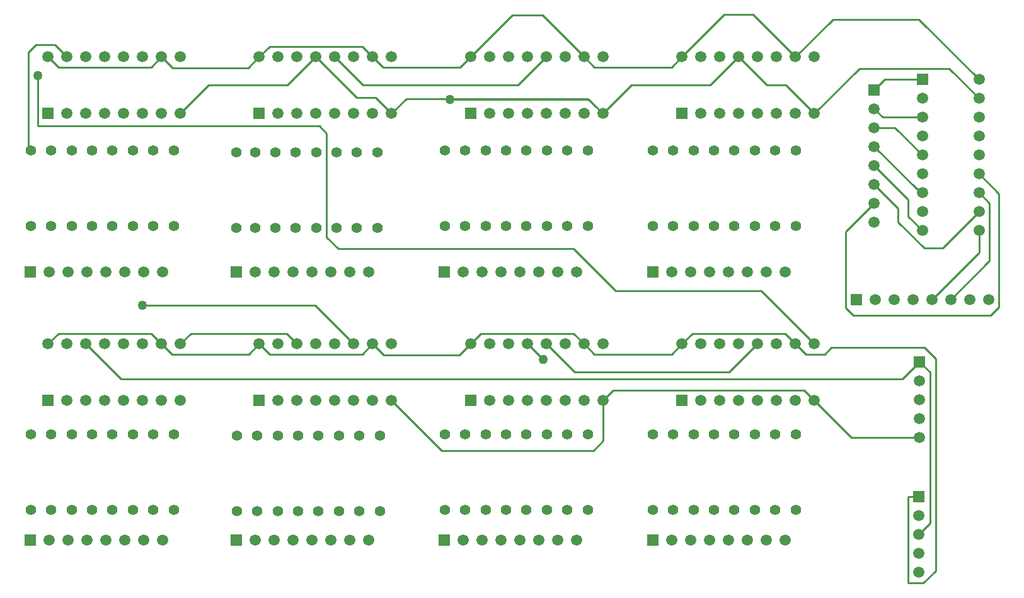
<source format=gbr>
G04 Layer_Physical_Order=2*
G04 Layer_Color=16711680*
%FSLAX25Y25*%
%MOIN*%
%TF.FileFunction,Copper,L2,Bot,Signal*%
%TF.Part,Single*%
G01*
G75*
%ADD10C,0.01000*%
%TA.AperFunction,ViaPad*%
%ADD11R,0.05906X0.05906*%
%TA.AperFunction,ViaPad*%
%ADD12C,0.05906*%
%TA.AperFunction,ViaPad*%
%ADD13C,0.05512*%
%TA.AperFunction,ViaPad*%
%ADD14R,0.05906X0.05906*%
%TA.AperFunction,ViaPad*%
%ADD15C,0.05000*%
D10*
X506210Y680400D02*
X602219D01*
Y680000D02*
X602619D01*
X529000D02*
X602219D01*
X306000Y653000D02*
Y705000D01*
X776000Y632500D02*
X779000D01*
X600119Y702500D02*
X605619Y697000D01*
X646429D01*
X651929Y702500D01*
X540119D02*
X562119Y724500D01*
X578119D01*
X600119Y702500D01*
X488310D02*
X493810Y697000D01*
X534619D01*
X540119Y702500D01*
X376500D02*
X382400Y696600D01*
X422410D01*
X428310Y702500D01*
X376500Y550500D02*
X382000Y545000D01*
X422810D01*
X428310Y550500D01*
X600119D02*
X605619Y545000D01*
X646429D01*
X651929Y550500D01*
X488310D02*
X494210Y544600D01*
X534219D01*
X540119Y550500D01*
X666929Y687500D02*
X681929Y702500D01*
X625119Y687500D02*
X666929D01*
X610119Y672500D02*
X625119Y687500D01*
X498310Y672500D02*
X506210Y680400D01*
X602219Y680000D02*
Y680400D01*
Y680000D02*
X610119Y672500D01*
X741429Y501000D02*
X777500D01*
X721929Y520500D02*
X741429Y501000D01*
X610119Y499219D02*
Y520500D01*
X605000Y494100D02*
X610119Y499219D01*
X524710Y494100D02*
X605000D01*
X498310Y520500D02*
X524710Y494100D01*
X693829Y578600D02*
X721929Y550500D01*
X616900Y578600D02*
X693829D01*
X594600Y600900D02*
X616900Y578600D01*
X470000Y600900D02*
X594600D01*
X463800Y607100D02*
X470000Y600900D01*
X463800Y607100D02*
Y662100D01*
X460100Y665800D02*
X463800Y662100D01*
X311000Y665800D02*
X460100D01*
X311000D02*
Y692500D01*
X768400Y531900D02*
X777500Y541000D01*
X355100Y531900D02*
X768400D01*
X336500Y550500D02*
X355100Y531900D01*
X759000Y690500D02*
X779000D01*
X753500Y685000D02*
X759000Y690500D01*
X758000Y670500D02*
X779000D01*
X753500Y675000D02*
X758000Y670500D01*
X764500Y665000D02*
X779000Y650500D01*
X753500Y665000D02*
X764500D01*
X738500Y610000D02*
X753500Y625000D01*
X738500Y569600D02*
Y610000D01*
Y569600D02*
X742500Y565600D01*
X815100D01*
X819500Y570000D01*
Y630000D01*
X809000Y640500D02*
X819500Y630000D01*
X779000Y630500D02*
Y632500D01*
X753500Y655000D02*
X776000Y632500D01*
X789700Y601200D02*
X809000Y620500D01*
X780000Y601200D02*
X789700D01*
X766300Y614900D02*
X780000Y601200D01*
X766300Y614900D02*
Y622200D01*
X753500Y635000D02*
X766300Y622200D01*
X753500Y645000D02*
X771600Y626900D01*
Y617900D02*
Y626900D01*
Y617900D02*
X779000Y610500D01*
X794000Y574000D02*
X814500Y594500D01*
Y625000D01*
X809000Y630500D02*
X814500Y625000D01*
X809000Y599000D02*
Y610500D01*
X784000Y574000D02*
X809000Y599000D01*
X306000Y653000D02*
X307488D01*
X306000Y705000D02*
X310000Y709000D01*
X320000D01*
X326500Y702500D01*
X570119Y550500D02*
X578419Y542200D01*
X716429Y526000D02*
X721929Y520500D01*
X615619Y526000D02*
X716429D01*
X610119Y520500D02*
X615619Y526000D01*
X602619Y680000D02*
X610119Y672500D01*
X706929Y687500D02*
X721929Y672500D01*
X696929Y687500D02*
X706929D01*
X681929Y702500D02*
X696929Y687500D01*
X771500Y469500D02*
X777000D01*
X771500Y424000D02*
Y469500D01*
Y424000D02*
X779600D01*
X786000Y430400D01*
Y542500D01*
X780000Y548500D02*
X786000Y542500D01*
X730900Y548500D02*
X780000D01*
X727400Y545000D02*
X730900Y548500D01*
X717429Y545000D02*
X727400D01*
X711929Y550500D02*
X717429Y545000D01*
X777000Y449500D02*
X783000Y455500D01*
Y535500D01*
X777500Y541000D02*
X783000Y535500D01*
X386500Y672500D02*
X401500Y687500D01*
X443310D01*
X458310Y702500D01*
X366500Y571100D02*
X457710D01*
X478310Y550500D01*
X489910Y680900D02*
X498310Y672500D01*
X479910Y680900D02*
X489910D01*
X458310Y702500D02*
X479910Y680900D01*
X721929Y672500D02*
X745707Y696279D01*
X793221D01*
X809000Y680500D01*
X711929Y702500D02*
X731729Y722300D01*
X777200D01*
X809000Y690500D01*
X580119Y550500D02*
X595119Y535500D01*
X676929D01*
X691929Y550500D01*
X565119Y687500D02*
X580119Y702500D01*
X483310Y687500D02*
X565119D01*
X468310Y702500D02*
X483310Y687500D01*
X386500Y550500D02*
X392000Y556000D01*
X442810D01*
X448310Y550500D01*
X689629Y724800D02*
X711929Y702500D01*
X674229Y724800D02*
X689629D01*
X651929Y702500D02*
X674229Y724800D01*
X371000Y697000D02*
X376500Y702500D01*
X322000Y697000D02*
X371000D01*
X316500Y702500D02*
X322000Y697000D01*
X651929Y550500D02*
X657429Y556000D01*
X706429D01*
X711929Y550500D01*
X428310Y702500D02*
X433810Y708000D01*
X482810D01*
X488310Y702500D01*
X540119Y550500D02*
X545619Y556000D01*
X594619D01*
X600119Y550500D01*
X371000Y556000D02*
X376500Y550500D01*
X322000Y556000D02*
X371000D01*
X316500Y550500D02*
X322000Y556000D01*
X482810Y545000D02*
X488310Y550500D01*
X433810Y545000D02*
X482810D01*
X428310Y550500D02*
X433810Y545000D01*
D11*
X753500Y685000D02*
D03*
X777500Y541000D02*
D03*
X777000Y469500D02*
D03*
X316500Y672500D02*
D03*
Y520500D02*
D03*
X428310Y672500D02*
D03*
Y520500D02*
D03*
X540119Y672500D02*
D03*
Y520500D02*
D03*
X651929Y672500D02*
D03*
Y520500D02*
D03*
D12*
X753500Y675000D02*
D03*
Y665000D02*
D03*
Y655000D02*
D03*
Y645000D02*
D03*
Y635000D02*
D03*
Y625000D02*
D03*
Y615000D02*
D03*
X777500Y501000D02*
D03*
Y511000D02*
D03*
Y521000D02*
D03*
Y531000D02*
D03*
X777000Y429500D02*
D03*
Y439500D02*
D03*
Y449500D02*
D03*
Y459500D02*
D03*
X317000Y588500D02*
D03*
X327000D02*
D03*
X337000D02*
D03*
X347000D02*
D03*
X357000D02*
D03*
X367000D02*
D03*
X377000D02*
D03*
X317000Y446500D02*
D03*
X327000D02*
D03*
X337000D02*
D03*
X347000D02*
D03*
X357000D02*
D03*
X367000D02*
D03*
X377000D02*
D03*
X386500Y702500D02*
D03*
X376500D02*
D03*
X366500D02*
D03*
X356500D02*
D03*
X346500D02*
D03*
X336500D02*
D03*
X326500D02*
D03*
X316500D02*
D03*
X386500Y672500D02*
D03*
X376500D02*
D03*
X366500D02*
D03*
X356500D02*
D03*
X346500D02*
D03*
X336500D02*
D03*
X326500D02*
D03*
X386500Y550500D02*
D03*
X376500D02*
D03*
X366500D02*
D03*
X356500D02*
D03*
X346500D02*
D03*
X336500D02*
D03*
X326500D02*
D03*
X316500D02*
D03*
X386500Y520500D02*
D03*
X376500D02*
D03*
X366500D02*
D03*
X356500D02*
D03*
X346500D02*
D03*
X336500D02*
D03*
X326500D02*
D03*
X426000Y588500D02*
D03*
X436000D02*
D03*
X446000D02*
D03*
X456000D02*
D03*
X466000D02*
D03*
X476000D02*
D03*
X486000D02*
D03*
X426000Y446500D02*
D03*
X436000D02*
D03*
X446000D02*
D03*
X456000D02*
D03*
X466000D02*
D03*
X476000D02*
D03*
X486000D02*
D03*
X498310Y702500D02*
D03*
X488310D02*
D03*
X478310D02*
D03*
X468310D02*
D03*
X458310D02*
D03*
X448310D02*
D03*
X438310D02*
D03*
X428310D02*
D03*
X498310Y672500D02*
D03*
X488310D02*
D03*
X478310D02*
D03*
X468310D02*
D03*
X458310D02*
D03*
X448310D02*
D03*
X438310D02*
D03*
X498310Y550500D02*
D03*
X488310D02*
D03*
X478310D02*
D03*
X468310D02*
D03*
X458310D02*
D03*
X448310D02*
D03*
X438310D02*
D03*
X428310D02*
D03*
X498310Y520500D02*
D03*
X488310D02*
D03*
X478310D02*
D03*
X468310D02*
D03*
X458310D02*
D03*
X448310D02*
D03*
X438310D02*
D03*
X536000Y588500D02*
D03*
X546000D02*
D03*
X556000D02*
D03*
X566000D02*
D03*
X576000D02*
D03*
X586000D02*
D03*
X596000D02*
D03*
X536000Y446500D02*
D03*
X546000D02*
D03*
X556000D02*
D03*
X566000D02*
D03*
X576000D02*
D03*
X586000D02*
D03*
X596000D02*
D03*
X610119Y702500D02*
D03*
X600119D02*
D03*
X590119D02*
D03*
X580119D02*
D03*
X570119D02*
D03*
X560119D02*
D03*
X550119D02*
D03*
X540119D02*
D03*
X610119Y672500D02*
D03*
X600119D02*
D03*
X590119D02*
D03*
X580119D02*
D03*
X570119D02*
D03*
X560119D02*
D03*
X550119D02*
D03*
X610119Y550500D02*
D03*
X600119D02*
D03*
X590119D02*
D03*
X580119D02*
D03*
X570119D02*
D03*
X560119D02*
D03*
X550119D02*
D03*
X540119D02*
D03*
X610119Y520500D02*
D03*
X600119D02*
D03*
X590119D02*
D03*
X580119D02*
D03*
X570119D02*
D03*
X560119D02*
D03*
X550119D02*
D03*
X754000Y574000D02*
D03*
X764000D02*
D03*
X774000D02*
D03*
X784000D02*
D03*
X794000D02*
D03*
X804000D02*
D03*
X814000D02*
D03*
X809000Y610500D02*
D03*
Y620500D02*
D03*
Y630500D02*
D03*
Y640500D02*
D03*
Y650500D02*
D03*
Y660500D02*
D03*
Y670500D02*
D03*
Y680500D02*
D03*
Y690500D02*
D03*
X779000Y610500D02*
D03*
Y620500D02*
D03*
Y630500D02*
D03*
Y640500D02*
D03*
Y650500D02*
D03*
Y660500D02*
D03*
Y670500D02*
D03*
Y680500D02*
D03*
X646500Y588500D02*
D03*
X656500D02*
D03*
X666500D02*
D03*
X676500D02*
D03*
X686500D02*
D03*
X696500D02*
D03*
X706500D02*
D03*
X646500Y446500D02*
D03*
X656500D02*
D03*
X666500D02*
D03*
X676500D02*
D03*
X686500D02*
D03*
X696500D02*
D03*
X706500D02*
D03*
X721929Y702500D02*
D03*
X711929D02*
D03*
X701929D02*
D03*
X691929D02*
D03*
X681929D02*
D03*
X671929D02*
D03*
X661929D02*
D03*
X651929D02*
D03*
X721929Y672500D02*
D03*
X711929D02*
D03*
X701929D02*
D03*
X691929D02*
D03*
X681929D02*
D03*
X671929D02*
D03*
X661929D02*
D03*
X721929Y550500D02*
D03*
X711929D02*
D03*
X701929D02*
D03*
X691929D02*
D03*
X681929D02*
D03*
X671929D02*
D03*
X661929D02*
D03*
X651929D02*
D03*
X721929Y520500D02*
D03*
X711929D02*
D03*
X701929D02*
D03*
X691929D02*
D03*
X681929D02*
D03*
X671929D02*
D03*
X661929D02*
D03*
D13*
X416000Y612000D02*
D03*
Y652000D02*
D03*
X470425Y502000D02*
D03*
Y462000D02*
D03*
X481213Y502000D02*
D03*
Y462000D02*
D03*
X492000Y502000D02*
D03*
Y462000D02*
D03*
X459638Y502000D02*
D03*
Y462000D02*
D03*
X307488Y613000D02*
D03*
Y653000D02*
D03*
Y502500D02*
D03*
Y462500D02*
D03*
X318276Y613000D02*
D03*
Y653000D02*
D03*
Y502500D02*
D03*
Y462500D02*
D03*
X329063Y613000D02*
D03*
Y653000D02*
D03*
Y502500D02*
D03*
Y462500D02*
D03*
X339850Y613000D02*
D03*
Y653000D02*
D03*
Y502500D02*
D03*
Y462500D02*
D03*
X350638Y613000D02*
D03*
Y653000D02*
D03*
Y502500D02*
D03*
Y462500D02*
D03*
X361425Y613000D02*
D03*
Y653000D02*
D03*
Y502500D02*
D03*
Y462500D02*
D03*
X372213Y613000D02*
D03*
Y653000D02*
D03*
Y502500D02*
D03*
Y462500D02*
D03*
X383000Y613000D02*
D03*
Y653000D02*
D03*
Y502500D02*
D03*
Y462500D02*
D03*
X416488Y502000D02*
D03*
Y462000D02*
D03*
X425988Y612000D02*
D03*
Y652000D02*
D03*
X427276Y502000D02*
D03*
Y462000D02*
D03*
X436776Y612000D02*
D03*
Y652000D02*
D03*
X438063Y502000D02*
D03*
Y462000D02*
D03*
X447563Y612000D02*
D03*
Y652000D02*
D03*
X448850Y502000D02*
D03*
Y462000D02*
D03*
X458350Y612000D02*
D03*
Y652000D02*
D03*
X469138Y612000D02*
D03*
Y652000D02*
D03*
X479925Y612000D02*
D03*
Y652000D02*
D03*
X490713Y612000D02*
D03*
Y652000D02*
D03*
X526488Y613000D02*
D03*
Y653000D02*
D03*
Y502500D02*
D03*
Y462500D02*
D03*
X537276Y613000D02*
D03*
Y653000D02*
D03*
Y502500D02*
D03*
Y462500D02*
D03*
X548063Y613000D02*
D03*
Y653000D02*
D03*
Y502500D02*
D03*
Y462500D02*
D03*
X558850Y613000D02*
D03*
Y653000D02*
D03*
Y502500D02*
D03*
Y462500D02*
D03*
X569638Y613000D02*
D03*
Y653000D02*
D03*
Y502500D02*
D03*
Y462500D02*
D03*
X580425Y613000D02*
D03*
Y653000D02*
D03*
Y502500D02*
D03*
Y462500D02*
D03*
X591213Y613000D02*
D03*
Y653000D02*
D03*
Y502500D02*
D03*
Y462500D02*
D03*
X602000Y613000D02*
D03*
Y653000D02*
D03*
Y502500D02*
D03*
Y462500D02*
D03*
X636488Y613000D02*
D03*
Y653000D02*
D03*
Y502500D02*
D03*
Y462500D02*
D03*
X647276Y613000D02*
D03*
Y653000D02*
D03*
Y502500D02*
D03*
Y462500D02*
D03*
X658063Y613000D02*
D03*
Y653000D02*
D03*
Y502500D02*
D03*
Y462500D02*
D03*
X668850Y613000D02*
D03*
Y653000D02*
D03*
Y502500D02*
D03*
Y462500D02*
D03*
X679638Y613000D02*
D03*
Y653000D02*
D03*
Y502500D02*
D03*
Y462500D02*
D03*
X690425Y613000D02*
D03*
Y653000D02*
D03*
Y502500D02*
D03*
Y462500D02*
D03*
X701213Y613000D02*
D03*
Y653000D02*
D03*
Y502500D02*
D03*
Y462500D02*
D03*
X712000Y613000D02*
D03*
Y653000D02*
D03*
Y502500D02*
D03*
Y462500D02*
D03*
D14*
X307000Y588500D02*
D03*
Y446500D02*
D03*
X416000Y588500D02*
D03*
Y446500D02*
D03*
X526000Y588500D02*
D03*
Y446500D02*
D03*
X744000Y574000D02*
D03*
X779000Y690500D02*
D03*
X636500Y588500D02*
D03*
Y446500D02*
D03*
D15*
X311000Y692500D02*
D03*
X578419Y542200D02*
D03*
X529000Y680000D02*
D03*
X366500Y571100D02*
D03*
%TF.MD5,28395D5C21ABBBABBAEF71E9D36DA0D2*%
M02*

</source>
